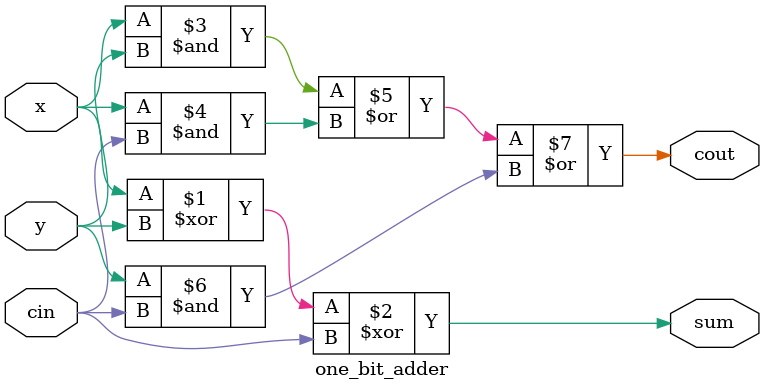
<source format=v>

module one_bit_adder (x, y, cin, sum, cout);
   input x,y,cin;
   output sum,cout;
   //one bit sum operation
   assign sum = x^y^cin;
   //one bit carry operation
   assign cout = ((x & y)|(x & cin)|(y & cin));

endmodule
</source>
